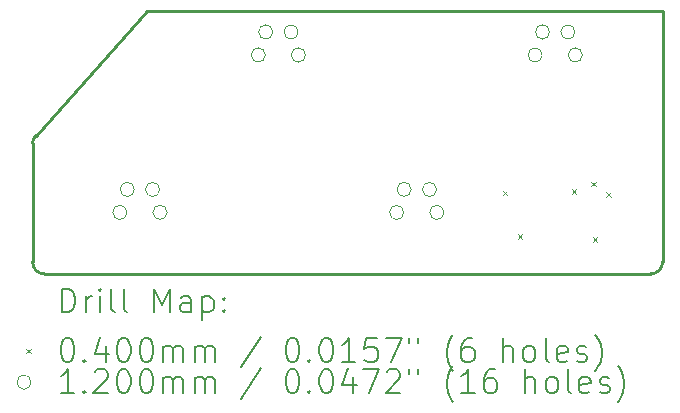
<source format=gbr>
%TF.GenerationSoftware,KiCad,Pcbnew,7.0.9*%
%TF.CreationDate,2024-04-07T02:28:51-04:00*%
%TF.ProjectId,rearbox_peripheral_io_top,72656172-626f-4785-9f70-657269706865,rev?*%
%TF.SameCoordinates,Original*%
%TF.FileFunction,Drillmap*%
%TF.FilePolarity,Positive*%
%FSLAX45Y45*%
G04 Gerber Fmt 4.5, Leading zero omitted, Abs format (unit mm)*
G04 Created by KiCad (PCBNEW 7.0.9) date 2024-04-07 02:28:51*
%MOMM*%
%LPD*%
G01*
G04 APERTURE LIST*
%ADD10C,0.250000*%
%ADD11C,0.200000*%
%ADD12C,0.100000*%
%ADD13C,0.120000*%
G04 APERTURE END LIST*
D10*
X12928600Y-7367600D02*
X12928600Y-5245100D01*
X12828600Y-7467600D02*
G75*
G03*
X12928600Y-7367600I0J100000D01*
G01*
X8559800Y-5245100D02*
X7620271Y-6296077D01*
X7594600Y-7367600D02*
G75*
G03*
X7694600Y-7467600I100000J0D01*
G01*
X12578600Y-7467600D02*
X7694600Y-7467600D01*
X12928600Y-5245100D02*
X8559800Y-5245100D01*
X7620269Y-6296075D02*
G75*
G03*
X7594600Y-6362974I74331J-66895D01*
G01*
X12828600Y-7467600D02*
X12578600Y-7467600D01*
X7594600Y-7367600D02*
X7594600Y-6362974D01*
D11*
D12*
X11575100Y-6761800D02*
X11615100Y-6801800D01*
X11615100Y-6761800D02*
X11575100Y-6801800D01*
X11702100Y-7130100D02*
X11742100Y-7170100D01*
X11742100Y-7130100D02*
X11702100Y-7170100D01*
X12158870Y-6749530D02*
X12198870Y-6789530D01*
X12198870Y-6749530D02*
X12158870Y-6789530D01*
X12324400Y-6685600D02*
X12364400Y-6725600D01*
X12364400Y-6685600D02*
X12324400Y-6725600D01*
X12337100Y-7155500D02*
X12377100Y-7195500D01*
X12377100Y-7155500D02*
X12337100Y-7195500D01*
X12451400Y-6774500D02*
X12491400Y-6814500D01*
X12491400Y-6774500D02*
X12451400Y-6814500D01*
D13*
X8393598Y-6946986D02*
G75*
G03*
X8393598Y-6946986I-60000J0D01*
G01*
X8456100Y-6751986D02*
G75*
G03*
X8456100Y-6751986I-60000J0D01*
G01*
X8671093Y-6751986D02*
G75*
G03*
X8671093Y-6751986I-60000J0D01*
G01*
X8733602Y-6946986D02*
G75*
G03*
X8733602Y-6946986I-60000J0D01*
G01*
X9565598Y-5613943D02*
G75*
G03*
X9565598Y-5613943I-60000J0D01*
G01*
X9628100Y-5418943D02*
G75*
G03*
X9628100Y-5418943I-60000J0D01*
G01*
X9843093Y-5418943D02*
G75*
G03*
X9843093Y-5418943I-60000J0D01*
G01*
X9905602Y-5613943D02*
G75*
G03*
X9905602Y-5613943I-60000J0D01*
G01*
X10737598Y-6946986D02*
G75*
G03*
X10737598Y-6946986I-60000J0D01*
G01*
X10800100Y-6751986D02*
G75*
G03*
X10800100Y-6751986I-60000J0D01*
G01*
X11015093Y-6751986D02*
G75*
G03*
X11015093Y-6751986I-60000J0D01*
G01*
X11077602Y-6946986D02*
G75*
G03*
X11077602Y-6946986I-60000J0D01*
G01*
X11909598Y-5613943D02*
G75*
G03*
X11909598Y-5613943I-60000J0D01*
G01*
X11972100Y-5418943D02*
G75*
G03*
X11972100Y-5418943I-60000J0D01*
G01*
X12187093Y-5418943D02*
G75*
G03*
X12187093Y-5418943I-60000J0D01*
G01*
X12249602Y-5613943D02*
G75*
G03*
X12249602Y-5613943I-60000J0D01*
G01*
D11*
X7842877Y-7791584D02*
X7842877Y-7591584D01*
X7842877Y-7591584D02*
X7890496Y-7591584D01*
X7890496Y-7591584D02*
X7919067Y-7601108D01*
X7919067Y-7601108D02*
X7938115Y-7620155D01*
X7938115Y-7620155D02*
X7947639Y-7639203D01*
X7947639Y-7639203D02*
X7957162Y-7677298D01*
X7957162Y-7677298D02*
X7957162Y-7705869D01*
X7957162Y-7705869D02*
X7947639Y-7743965D01*
X7947639Y-7743965D02*
X7938115Y-7763012D01*
X7938115Y-7763012D02*
X7919067Y-7782060D01*
X7919067Y-7782060D02*
X7890496Y-7791584D01*
X7890496Y-7791584D02*
X7842877Y-7791584D01*
X8042877Y-7791584D02*
X8042877Y-7658250D01*
X8042877Y-7696346D02*
X8052401Y-7677298D01*
X8052401Y-7677298D02*
X8061924Y-7667774D01*
X8061924Y-7667774D02*
X8080972Y-7658250D01*
X8080972Y-7658250D02*
X8100020Y-7658250D01*
X8166686Y-7791584D02*
X8166686Y-7658250D01*
X8166686Y-7591584D02*
X8157162Y-7601108D01*
X8157162Y-7601108D02*
X8166686Y-7610631D01*
X8166686Y-7610631D02*
X8176210Y-7601108D01*
X8176210Y-7601108D02*
X8166686Y-7591584D01*
X8166686Y-7591584D02*
X8166686Y-7610631D01*
X8290496Y-7791584D02*
X8271448Y-7782060D01*
X8271448Y-7782060D02*
X8261924Y-7763012D01*
X8261924Y-7763012D02*
X8261924Y-7591584D01*
X8395258Y-7791584D02*
X8376210Y-7782060D01*
X8376210Y-7782060D02*
X8366686Y-7763012D01*
X8366686Y-7763012D02*
X8366686Y-7591584D01*
X8623829Y-7791584D02*
X8623829Y-7591584D01*
X8623829Y-7591584D02*
X8690496Y-7734441D01*
X8690496Y-7734441D02*
X8757163Y-7591584D01*
X8757163Y-7591584D02*
X8757163Y-7791584D01*
X8938115Y-7791584D02*
X8938115Y-7686822D01*
X8938115Y-7686822D02*
X8928591Y-7667774D01*
X8928591Y-7667774D02*
X8909544Y-7658250D01*
X8909544Y-7658250D02*
X8871448Y-7658250D01*
X8871448Y-7658250D02*
X8852401Y-7667774D01*
X8938115Y-7782060D02*
X8919067Y-7791584D01*
X8919067Y-7791584D02*
X8871448Y-7791584D01*
X8871448Y-7791584D02*
X8852401Y-7782060D01*
X8852401Y-7782060D02*
X8842877Y-7763012D01*
X8842877Y-7763012D02*
X8842877Y-7743965D01*
X8842877Y-7743965D02*
X8852401Y-7724917D01*
X8852401Y-7724917D02*
X8871448Y-7715393D01*
X8871448Y-7715393D02*
X8919067Y-7715393D01*
X8919067Y-7715393D02*
X8938115Y-7705869D01*
X9033353Y-7658250D02*
X9033353Y-7858250D01*
X9033353Y-7667774D02*
X9052401Y-7658250D01*
X9052401Y-7658250D02*
X9090496Y-7658250D01*
X9090496Y-7658250D02*
X9109544Y-7667774D01*
X9109544Y-7667774D02*
X9119067Y-7677298D01*
X9119067Y-7677298D02*
X9128591Y-7696346D01*
X9128591Y-7696346D02*
X9128591Y-7753488D01*
X9128591Y-7753488D02*
X9119067Y-7772536D01*
X9119067Y-7772536D02*
X9109544Y-7782060D01*
X9109544Y-7782060D02*
X9090496Y-7791584D01*
X9090496Y-7791584D02*
X9052401Y-7791584D01*
X9052401Y-7791584D02*
X9033353Y-7782060D01*
X9214305Y-7772536D02*
X9223829Y-7782060D01*
X9223829Y-7782060D02*
X9214305Y-7791584D01*
X9214305Y-7791584D02*
X9204782Y-7782060D01*
X9204782Y-7782060D02*
X9214305Y-7772536D01*
X9214305Y-7772536D02*
X9214305Y-7791584D01*
X9214305Y-7667774D02*
X9223829Y-7677298D01*
X9223829Y-7677298D02*
X9214305Y-7686822D01*
X9214305Y-7686822D02*
X9204782Y-7677298D01*
X9204782Y-7677298D02*
X9214305Y-7667774D01*
X9214305Y-7667774D02*
X9214305Y-7686822D01*
D12*
X7542100Y-8100100D02*
X7582100Y-8140100D01*
X7582100Y-8100100D02*
X7542100Y-8140100D01*
D11*
X7880972Y-8011584D02*
X7900020Y-8011584D01*
X7900020Y-8011584D02*
X7919067Y-8021108D01*
X7919067Y-8021108D02*
X7928591Y-8030631D01*
X7928591Y-8030631D02*
X7938115Y-8049679D01*
X7938115Y-8049679D02*
X7947639Y-8087774D01*
X7947639Y-8087774D02*
X7947639Y-8135393D01*
X7947639Y-8135393D02*
X7938115Y-8173488D01*
X7938115Y-8173488D02*
X7928591Y-8192536D01*
X7928591Y-8192536D02*
X7919067Y-8202060D01*
X7919067Y-8202060D02*
X7900020Y-8211584D01*
X7900020Y-8211584D02*
X7880972Y-8211584D01*
X7880972Y-8211584D02*
X7861924Y-8202060D01*
X7861924Y-8202060D02*
X7852401Y-8192536D01*
X7852401Y-8192536D02*
X7842877Y-8173488D01*
X7842877Y-8173488D02*
X7833353Y-8135393D01*
X7833353Y-8135393D02*
X7833353Y-8087774D01*
X7833353Y-8087774D02*
X7842877Y-8049679D01*
X7842877Y-8049679D02*
X7852401Y-8030631D01*
X7852401Y-8030631D02*
X7861924Y-8021108D01*
X7861924Y-8021108D02*
X7880972Y-8011584D01*
X8033353Y-8192536D02*
X8042877Y-8202060D01*
X8042877Y-8202060D02*
X8033353Y-8211584D01*
X8033353Y-8211584D02*
X8023829Y-8202060D01*
X8023829Y-8202060D02*
X8033353Y-8192536D01*
X8033353Y-8192536D02*
X8033353Y-8211584D01*
X8214305Y-8078250D02*
X8214305Y-8211584D01*
X8166686Y-8002060D02*
X8119067Y-8144917D01*
X8119067Y-8144917D02*
X8242877Y-8144917D01*
X8357162Y-8011584D02*
X8376210Y-8011584D01*
X8376210Y-8011584D02*
X8395258Y-8021108D01*
X8395258Y-8021108D02*
X8404782Y-8030631D01*
X8404782Y-8030631D02*
X8414305Y-8049679D01*
X8414305Y-8049679D02*
X8423829Y-8087774D01*
X8423829Y-8087774D02*
X8423829Y-8135393D01*
X8423829Y-8135393D02*
X8414305Y-8173488D01*
X8414305Y-8173488D02*
X8404782Y-8192536D01*
X8404782Y-8192536D02*
X8395258Y-8202060D01*
X8395258Y-8202060D02*
X8376210Y-8211584D01*
X8376210Y-8211584D02*
X8357162Y-8211584D01*
X8357162Y-8211584D02*
X8338115Y-8202060D01*
X8338115Y-8202060D02*
X8328591Y-8192536D01*
X8328591Y-8192536D02*
X8319067Y-8173488D01*
X8319067Y-8173488D02*
X8309543Y-8135393D01*
X8309543Y-8135393D02*
X8309543Y-8087774D01*
X8309543Y-8087774D02*
X8319067Y-8049679D01*
X8319067Y-8049679D02*
X8328591Y-8030631D01*
X8328591Y-8030631D02*
X8338115Y-8021108D01*
X8338115Y-8021108D02*
X8357162Y-8011584D01*
X8547639Y-8011584D02*
X8566686Y-8011584D01*
X8566686Y-8011584D02*
X8585734Y-8021108D01*
X8585734Y-8021108D02*
X8595258Y-8030631D01*
X8595258Y-8030631D02*
X8604782Y-8049679D01*
X8604782Y-8049679D02*
X8614305Y-8087774D01*
X8614305Y-8087774D02*
X8614305Y-8135393D01*
X8614305Y-8135393D02*
X8604782Y-8173488D01*
X8604782Y-8173488D02*
X8595258Y-8192536D01*
X8595258Y-8192536D02*
X8585734Y-8202060D01*
X8585734Y-8202060D02*
X8566686Y-8211584D01*
X8566686Y-8211584D02*
X8547639Y-8211584D01*
X8547639Y-8211584D02*
X8528591Y-8202060D01*
X8528591Y-8202060D02*
X8519067Y-8192536D01*
X8519067Y-8192536D02*
X8509544Y-8173488D01*
X8509544Y-8173488D02*
X8500020Y-8135393D01*
X8500020Y-8135393D02*
X8500020Y-8087774D01*
X8500020Y-8087774D02*
X8509544Y-8049679D01*
X8509544Y-8049679D02*
X8519067Y-8030631D01*
X8519067Y-8030631D02*
X8528591Y-8021108D01*
X8528591Y-8021108D02*
X8547639Y-8011584D01*
X8700020Y-8211584D02*
X8700020Y-8078250D01*
X8700020Y-8097298D02*
X8709544Y-8087774D01*
X8709544Y-8087774D02*
X8728591Y-8078250D01*
X8728591Y-8078250D02*
X8757163Y-8078250D01*
X8757163Y-8078250D02*
X8776210Y-8087774D01*
X8776210Y-8087774D02*
X8785734Y-8106822D01*
X8785734Y-8106822D02*
X8785734Y-8211584D01*
X8785734Y-8106822D02*
X8795258Y-8087774D01*
X8795258Y-8087774D02*
X8814305Y-8078250D01*
X8814305Y-8078250D02*
X8842877Y-8078250D01*
X8842877Y-8078250D02*
X8861925Y-8087774D01*
X8861925Y-8087774D02*
X8871448Y-8106822D01*
X8871448Y-8106822D02*
X8871448Y-8211584D01*
X8966686Y-8211584D02*
X8966686Y-8078250D01*
X8966686Y-8097298D02*
X8976210Y-8087774D01*
X8976210Y-8087774D02*
X8995258Y-8078250D01*
X8995258Y-8078250D02*
X9023829Y-8078250D01*
X9023829Y-8078250D02*
X9042877Y-8087774D01*
X9042877Y-8087774D02*
X9052401Y-8106822D01*
X9052401Y-8106822D02*
X9052401Y-8211584D01*
X9052401Y-8106822D02*
X9061925Y-8087774D01*
X9061925Y-8087774D02*
X9080972Y-8078250D01*
X9080972Y-8078250D02*
X9109544Y-8078250D01*
X9109544Y-8078250D02*
X9128591Y-8087774D01*
X9128591Y-8087774D02*
X9138115Y-8106822D01*
X9138115Y-8106822D02*
X9138115Y-8211584D01*
X9528591Y-8002060D02*
X9357163Y-8259203D01*
X9785734Y-8011584D02*
X9804782Y-8011584D01*
X9804782Y-8011584D02*
X9823829Y-8021108D01*
X9823829Y-8021108D02*
X9833353Y-8030631D01*
X9833353Y-8030631D02*
X9842877Y-8049679D01*
X9842877Y-8049679D02*
X9852401Y-8087774D01*
X9852401Y-8087774D02*
X9852401Y-8135393D01*
X9852401Y-8135393D02*
X9842877Y-8173488D01*
X9842877Y-8173488D02*
X9833353Y-8192536D01*
X9833353Y-8192536D02*
X9823829Y-8202060D01*
X9823829Y-8202060D02*
X9804782Y-8211584D01*
X9804782Y-8211584D02*
X9785734Y-8211584D01*
X9785734Y-8211584D02*
X9766687Y-8202060D01*
X9766687Y-8202060D02*
X9757163Y-8192536D01*
X9757163Y-8192536D02*
X9747639Y-8173488D01*
X9747639Y-8173488D02*
X9738115Y-8135393D01*
X9738115Y-8135393D02*
X9738115Y-8087774D01*
X9738115Y-8087774D02*
X9747639Y-8049679D01*
X9747639Y-8049679D02*
X9757163Y-8030631D01*
X9757163Y-8030631D02*
X9766687Y-8021108D01*
X9766687Y-8021108D02*
X9785734Y-8011584D01*
X9938115Y-8192536D02*
X9947639Y-8202060D01*
X9947639Y-8202060D02*
X9938115Y-8211584D01*
X9938115Y-8211584D02*
X9928591Y-8202060D01*
X9928591Y-8202060D02*
X9938115Y-8192536D01*
X9938115Y-8192536D02*
X9938115Y-8211584D01*
X10071448Y-8011584D02*
X10090496Y-8011584D01*
X10090496Y-8011584D02*
X10109544Y-8021108D01*
X10109544Y-8021108D02*
X10119068Y-8030631D01*
X10119068Y-8030631D02*
X10128591Y-8049679D01*
X10128591Y-8049679D02*
X10138115Y-8087774D01*
X10138115Y-8087774D02*
X10138115Y-8135393D01*
X10138115Y-8135393D02*
X10128591Y-8173488D01*
X10128591Y-8173488D02*
X10119068Y-8192536D01*
X10119068Y-8192536D02*
X10109544Y-8202060D01*
X10109544Y-8202060D02*
X10090496Y-8211584D01*
X10090496Y-8211584D02*
X10071448Y-8211584D01*
X10071448Y-8211584D02*
X10052401Y-8202060D01*
X10052401Y-8202060D02*
X10042877Y-8192536D01*
X10042877Y-8192536D02*
X10033353Y-8173488D01*
X10033353Y-8173488D02*
X10023829Y-8135393D01*
X10023829Y-8135393D02*
X10023829Y-8087774D01*
X10023829Y-8087774D02*
X10033353Y-8049679D01*
X10033353Y-8049679D02*
X10042877Y-8030631D01*
X10042877Y-8030631D02*
X10052401Y-8021108D01*
X10052401Y-8021108D02*
X10071448Y-8011584D01*
X10328591Y-8211584D02*
X10214306Y-8211584D01*
X10271448Y-8211584D02*
X10271448Y-8011584D01*
X10271448Y-8011584D02*
X10252401Y-8040155D01*
X10252401Y-8040155D02*
X10233353Y-8059203D01*
X10233353Y-8059203D02*
X10214306Y-8068727D01*
X10509544Y-8011584D02*
X10414306Y-8011584D01*
X10414306Y-8011584D02*
X10404782Y-8106822D01*
X10404782Y-8106822D02*
X10414306Y-8097298D01*
X10414306Y-8097298D02*
X10433353Y-8087774D01*
X10433353Y-8087774D02*
X10480972Y-8087774D01*
X10480972Y-8087774D02*
X10500020Y-8097298D01*
X10500020Y-8097298D02*
X10509544Y-8106822D01*
X10509544Y-8106822D02*
X10519068Y-8125869D01*
X10519068Y-8125869D02*
X10519068Y-8173488D01*
X10519068Y-8173488D02*
X10509544Y-8192536D01*
X10509544Y-8192536D02*
X10500020Y-8202060D01*
X10500020Y-8202060D02*
X10480972Y-8211584D01*
X10480972Y-8211584D02*
X10433353Y-8211584D01*
X10433353Y-8211584D02*
X10414306Y-8202060D01*
X10414306Y-8202060D02*
X10404782Y-8192536D01*
X10585734Y-8011584D02*
X10719068Y-8011584D01*
X10719068Y-8011584D02*
X10633353Y-8211584D01*
X10785734Y-8011584D02*
X10785734Y-8049679D01*
X10861925Y-8011584D02*
X10861925Y-8049679D01*
X11157163Y-8287774D02*
X11147639Y-8278250D01*
X11147639Y-8278250D02*
X11128591Y-8249679D01*
X11128591Y-8249679D02*
X11119068Y-8230631D01*
X11119068Y-8230631D02*
X11109544Y-8202060D01*
X11109544Y-8202060D02*
X11100020Y-8154441D01*
X11100020Y-8154441D02*
X11100020Y-8116346D01*
X11100020Y-8116346D02*
X11109544Y-8068727D01*
X11109544Y-8068727D02*
X11119068Y-8040155D01*
X11119068Y-8040155D02*
X11128591Y-8021108D01*
X11128591Y-8021108D02*
X11147639Y-7992536D01*
X11147639Y-7992536D02*
X11157163Y-7983012D01*
X11319068Y-8011584D02*
X11280972Y-8011584D01*
X11280972Y-8011584D02*
X11261925Y-8021108D01*
X11261925Y-8021108D02*
X11252401Y-8030631D01*
X11252401Y-8030631D02*
X11233353Y-8059203D01*
X11233353Y-8059203D02*
X11223829Y-8097298D01*
X11223829Y-8097298D02*
X11223829Y-8173488D01*
X11223829Y-8173488D02*
X11233353Y-8192536D01*
X11233353Y-8192536D02*
X11242877Y-8202060D01*
X11242877Y-8202060D02*
X11261925Y-8211584D01*
X11261925Y-8211584D02*
X11300020Y-8211584D01*
X11300020Y-8211584D02*
X11319068Y-8202060D01*
X11319068Y-8202060D02*
X11328591Y-8192536D01*
X11328591Y-8192536D02*
X11338115Y-8173488D01*
X11338115Y-8173488D02*
X11338115Y-8125869D01*
X11338115Y-8125869D02*
X11328591Y-8106822D01*
X11328591Y-8106822D02*
X11319068Y-8097298D01*
X11319068Y-8097298D02*
X11300020Y-8087774D01*
X11300020Y-8087774D02*
X11261925Y-8087774D01*
X11261925Y-8087774D02*
X11242877Y-8097298D01*
X11242877Y-8097298D02*
X11233353Y-8106822D01*
X11233353Y-8106822D02*
X11223829Y-8125869D01*
X11576210Y-8211584D02*
X11576210Y-8011584D01*
X11661925Y-8211584D02*
X11661925Y-8106822D01*
X11661925Y-8106822D02*
X11652401Y-8087774D01*
X11652401Y-8087774D02*
X11633353Y-8078250D01*
X11633353Y-8078250D02*
X11604782Y-8078250D01*
X11604782Y-8078250D02*
X11585734Y-8087774D01*
X11585734Y-8087774D02*
X11576210Y-8097298D01*
X11785734Y-8211584D02*
X11766687Y-8202060D01*
X11766687Y-8202060D02*
X11757163Y-8192536D01*
X11757163Y-8192536D02*
X11747639Y-8173488D01*
X11747639Y-8173488D02*
X11747639Y-8116346D01*
X11747639Y-8116346D02*
X11757163Y-8097298D01*
X11757163Y-8097298D02*
X11766687Y-8087774D01*
X11766687Y-8087774D02*
X11785734Y-8078250D01*
X11785734Y-8078250D02*
X11814306Y-8078250D01*
X11814306Y-8078250D02*
X11833353Y-8087774D01*
X11833353Y-8087774D02*
X11842877Y-8097298D01*
X11842877Y-8097298D02*
X11852401Y-8116346D01*
X11852401Y-8116346D02*
X11852401Y-8173488D01*
X11852401Y-8173488D02*
X11842877Y-8192536D01*
X11842877Y-8192536D02*
X11833353Y-8202060D01*
X11833353Y-8202060D02*
X11814306Y-8211584D01*
X11814306Y-8211584D02*
X11785734Y-8211584D01*
X11966687Y-8211584D02*
X11947639Y-8202060D01*
X11947639Y-8202060D02*
X11938115Y-8183012D01*
X11938115Y-8183012D02*
X11938115Y-8011584D01*
X12119068Y-8202060D02*
X12100020Y-8211584D01*
X12100020Y-8211584D02*
X12061925Y-8211584D01*
X12061925Y-8211584D02*
X12042877Y-8202060D01*
X12042877Y-8202060D02*
X12033353Y-8183012D01*
X12033353Y-8183012D02*
X12033353Y-8106822D01*
X12033353Y-8106822D02*
X12042877Y-8087774D01*
X12042877Y-8087774D02*
X12061925Y-8078250D01*
X12061925Y-8078250D02*
X12100020Y-8078250D01*
X12100020Y-8078250D02*
X12119068Y-8087774D01*
X12119068Y-8087774D02*
X12128591Y-8106822D01*
X12128591Y-8106822D02*
X12128591Y-8125869D01*
X12128591Y-8125869D02*
X12033353Y-8144917D01*
X12204782Y-8202060D02*
X12223830Y-8211584D01*
X12223830Y-8211584D02*
X12261925Y-8211584D01*
X12261925Y-8211584D02*
X12280972Y-8202060D01*
X12280972Y-8202060D02*
X12290496Y-8183012D01*
X12290496Y-8183012D02*
X12290496Y-8173488D01*
X12290496Y-8173488D02*
X12280972Y-8154441D01*
X12280972Y-8154441D02*
X12261925Y-8144917D01*
X12261925Y-8144917D02*
X12233353Y-8144917D01*
X12233353Y-8144917D02*
X12214306Y-8135393D01*
X12214306Y-8135393D02*
X12204782Y-8116346D01*
X12204782Y-8116346D02*
X12204782Y-8106822D01*
X12204782Y-8106822D02*
X12214306Y-8087774D01*
X12214306Y-8087774D02*
X12233353Y-8078250D01*
X12233353Y-8078250D02*
X12261925Y-8078250D01*
X12261925Y-8078250D02*
X12280972Y-8087774D01*
X12357163Y-8287774D02*
X12366687Y-8278250D01*
X12366687Y-8278250D02*
X12385734Y-8249679D01*
X12385734Y-8249679D02*
X12395258Y-8230631D01*
X12395258Y-8230631D02*
X12404782Y-8202060D01*
X12404782Y-8202060D02*
X12414306Y-8154441D01*
X12414306Y-8154441D02*
X12414306Y-8116346D01*
X12414306Y-8116346D02*
X12404782Y-8068727D01*
X12404782Y-8068727D02*
X12395258Y-8040155D01*
X12395258Y-8040155D02*
X12385734Y-8021108D01*
X12385734Y-8021108D02*
X12366687Y-7992536D01*
X12366687Y-7992536D02*
X12357163Y-7983012D01*
D13*
X7582100Y-8384100D02*
G75*
G03*
X7582100Y-8384100I-60000J0D01*
G01*
D11*
X7947639Y-8475584D02*
X7833353Y-8475584D01*
X7890496Y-8475584D02*
X7890496Y-8275584D01*
X7890496Y-8275584D02*
X7871448Y-8304155D01*
X7871448Y-8304155D02*
X7852401Y-8323203D01*
X7852401Y-8323203D02*
X7833353Y-8332727D01*
X8033353Y-8456536D02*
X8042877Y-8466060D01*
X8042877Y-8466060D02*
X8033353Y-8475584D01*
X8033353Y-8475584D02*
X8023829Y-8466060D01*
X8023829Y-8466060D02*
X8033353Y-8456536D01*
X8033353Y-8456536D02*
X8033353Y-8475584D01*
X8119067Y-8294631D02*
X8128591Y-8285108D01*
X8128591Y-8285108D02*
X8147639Y-8275584D01*
X8147639Y-8275584D02*
X8195258Y-8275584D01*
X8195258Y-8275584D02*
X8214305Y-8285108D01*
X8214305Y-8285108D02*
X8223829Y-8294631D01*
X8223829Y-8294631D02*
X8233353Y-8313679D01*
X8233353Y-8313679D02*
X8233353Y-8332727D01*
X8233353Y-8332727D02*
X8223829Y-8361298D01*
X8223829Y-8361298D02*
X8109543Y-8475584D01*
X8109543Y-8475584D02*
X8233353Y-8475584D01*
X8357162Y-8275584D02*
X8376210Y-8275584D01*
X8376210Y-8275584D02*
X8395258Y-8285108D01*
X8395258Y-8285108D02*
X8404782Y-8294631D01*
X8404782Y-8294631D02*
X8414305Y-8313679D01*
X8414305Y-8313679D02*
X8423829Y-8351774D01*
X8423829Y-8351774D02*
X8423829Y-8399393D01*
X8423829Y-8399393D02*
X8414305Y-8437489D01*
X8414305Y-8437489D02*
X8404782Y-8456536D01*
X8404782Y-8456536D02*
X8395258Y-8466060D01*
X8395258Y-8466060D02*
X8376210Y-8475584D01*
X8376210Y-8475584D02*
X8357162Y-8475584D01*
X8357162Y-8475584D02*
X8338115Y-8466060D01*
X8338115Y-8466060D02*
X8328591Y-8456536D01*
X8328591Y-8456536D02*
X8319067Y-8437489D01*
X8319067Y-8437489D02*
X8309543Y-8399393D01*
X8309543Y-8399393D02*
X8309543Y-8351774D01*
X8309543Y-8351774D02*
X8319067Y-8313679D01*
X8319067Y-8313679D02*
X8328591Y-8294631D01*
X8328591Y-8294631D02*
X8338115Y-8285108D01*
X8338115Y-8285108D02*
X8357162Y-8275584D01*
X8547639Y-8275584D02*
X8566686Y-8275584D01*
X8566686Y-8275584D02*
X8585734Y-8285108D01*
X8585734Y-8285108D02*
X8595258Y-8294631D01*
X8595258Y-8294631D02*
X8604782Y-8313679D01*
X8604782Y-8313679D02*
X8614305Y-8351774D01*
X8614305Y-8351774D02*
X8614305Y-8399393D01*
X8614305Y-8399393D02*
X8604782Y-8437489D01*
X8604782Y-8437489D02*
X8595258Y-8456536D01*
X8595258Y-8456536D02*
X8585734Y-8466060D01*
X8585734Y-8466060D02*
X8566686Y-8475584D01*
X8566686Y-8475584D02*
X8547639Y-8475584D01*
X8547639Y-8475584D02*
X8528591Y-8466060D01*
X8528591Y-8466060D02*
X8519067Y-8456536D01*
X8519067Y-8456536D02*
X8509544Y-8437489D01*
X8509544Y-8437489D02*
X8500020Y-8399393D01*
X8500020Y-8399393D02*
X8500020Y-8351774D01*
X8500020Y-8351774D02*
X8509544Y-8313679D01*
X8509544Y-8313679D02*
X8519067Y-8294631D01*
X8519067Y-8294631D02*
X8528591Y-8285108D01*
X8528591Y-8285108D02*
X8547639Y-8275584D01*
X8700020Y-8475584D02*
X8700020Y-8342250D01*
X8700020Y-8361298D02*
X8709544Y-8351774D01*
X8709544Y-8351774D02*
X8728591Y-8342250D01*
X8728591Y-8342250D02*
X8757163Y-8342250D01*
X8757163Y-8342250D02*
X8776210Y-8351774D01*
X8776210Y-8351774D02*
X8785734Y-8370822D01*
X8785734Y-8370822D02*
X8785734Y-8475584D01*
X8785734Y-8370822D02*
X8795258Y-8351774D01*
X8795258Y-8351774D02*
X8814305Y-8342250D01*
X8814305Y-8342250D02*
X8842877Y-8342250D01*
X8842877Y-8342250D02*
X8861925Y-8351774D01*
X8861925Y-8351774D02*
X8871448Y-8370822D01*
X8871448Y-8370822D02*
X8871448Y-8475584D01*
X8966686Y-8475584D02*
X8966686Y-8342250D01*
X8966686Y-8361298D02*
X8976210Y-8351774D01*
X8976210Y-8351774D02*
X8995258Y-8342250D01*
X8995258Y-8342250D02*
X9023829Y-8342250D01*
X9023829Y-8342250D02*
X9042877Y-8351774D01*
X9042877Y-8351774D02*
X9052401Y-8370822D01*
X9052401Y-8370822D02*
X9052401Y-8475584D01*
X9052401Y-8370822D02*
X9061925Y-8351774D01*
X9061925Y-8351774D02*
X9080972Y-8342250D01*
X9080972Y-8342250D02*
X9109544Y-8342250D01*
X9109544Y-8342250D02*
X9128591Y-8351774D01*
X9128591Y-8351774D02*
X9138115Y-8370822D01*
X9138115Y-8370822D02*
X9138115Y-8475584D01*
X9528591Y-8266060D02*
X9357163Y-8523203D01*
X9785734Y-8275584D02*
X9804782Y-8275584D01*
X9804782Y-8275584D02*
X9823829Y-8285108D01*
X9823829Y-8285108D02*
X9833353Y-8294631D01*
X9833353Y-8294631D02*
X9842877Y-8313679D01*
X9842877Y-8313679D02*
X9852401Y-8351774D01*
X9852401Y-8351774D02*
X9852401Y-8399393D01*
X9852401Y-8399393D02*
X9842877Y-8437489D01*
X9842877Y-8437489D02*
X9833353Y-8456536D01*
X9833353Y-8456536D02*
X9823829Y-8466060D01*
X9823829Y-8466060D02*
X9804782Y-8475584D01*
X9804782Y-8475584D02*
X9785734Y-8475584D01*
X9785734Y-8475584D02*
X9766687Y-8466060D01*
X9766687Y-8466060D02*
X9757163Y-8456536D01*
X9757163Y-8456536D02*
X9747639Y-8437489D01*
X9747639Y-8437489D02*
X9738115Y-8399393D01*
X9738115Y-8399393D02*
X9738115Y-8351774D01*
X9738115Y-8351774D02*
X9747639Y-8313679D01*
X9747639Y-8313679D02*
X9757163Y-8294631D01*
X9757163Y-8294631D02*
X9766687Y-8285108D01*
X9766687Y-8285108D02*
X9785734Y-8275584D01*
X9938115Y-8456536D02*
X9947639Y-8466060D01*
X9947639Y-8466060D02*
X9938115Y-8475584D01*
X9938115Y-8475584D02*
X9928591Y-8466060D01*
X9928591Y-8466060D02*
X9938115Y-8456536D01*
X9938115Y-8456536D02*
X9938115Y-8475584D01*
X10071448Y-8275584D02*
X10090496Y-8275584D01*
X10090496Y-8275584D02*
X10109544Y-8285108D01*
X10109544Y-8285108D02*
X10119068Y-8294631D01*
X10119068Y-8294631D02*
X10128591Y-8313679D01*
X10128591Y-8313679D02*
X10138115Y-8351774D01*
X10138115Y-8351774D02*
X10138115Y-8399393D01*
X10138115Y-8399393D02*
X10128591Y-8437489D01*
X10128591Y-8437489D02*
X10119068Y-8456536D01*
X10119068Y-8456536D02*
X10109544Y-8466060D01*
X10109544Y-8466060D02*
X10090496Y-8475584D01*
X10090496Y-8475584D02*
X10071448Y-8475584D01*
X10071448Y-8475584D02*
X10052401Y-8466060D01*
X10052401Y-8466060D02*
X10042877Y-8456536D01*
X10042877Y-8456536D02*
X10033353Y-8437489D01*
X10033353Y-8437489D02*
X10023829Y-8399393D01*
X10023829Y-8399393D02*
X10023829Y-8351774D01*
X10023829Y-8351774D02*
X10033353Y-8313679D01*
X10033353Y-8313679D02*
X10042877Y-8294631D01*
X10042877Y-8294631D02*
X10052401Y-8285108D01*
X10052401Y-8285108D02*
X10071448Y-8275584D01*
X10309544Y-8342250D02*
X10309544Y-8475584D01*
X10261925Y-8266060D02*
X10214306Y-8408917D01*
X10214306Y-8408917D02*
X10338115Y-8408917D01*
X10395258Y-8275584D02*
X10528591Y-8275584D01*
X10528591Y-8275584D02*
X10442877Y-8475584D01*
X10595258Y-8294631D02*
X10604782Y-8285108D01*
X10604782Y-8285108D02*
X10623829Y-8275584D01*
X10623829Y-8275584D02*
X10671449Y-8275584D01*
X10671449Y-8275584D02*
X10690496Y-8285108D01*
X10690496Y-8285108D02*
X10700020Y-8294631D01*
X10700020Y-8294631D02*
X10709544Y-8313679D01*
X10709544Y-8313679D02*
X10709544Y-8332727D01*
X10709544Y-8332727D02*
X10700020Y-8361298D01*
X10700020Y-8361298D02*
X10585734Y-8475584D01*
X10585734Y-8475584D02*
X10709544Y-8475584D01*
X10785734Y-8275584D02*
X10785734Y-8313679D01*
X10861925Y-8275584D02*
X10861925Y-8313679D01*
X11157163Y-8551774D02*
X11147639Y-8542250D01*
X11147639Y-8542250D02*
X11128591Y-8513679D01*
X11128591Y-8513679D02*
X11119068Y-8494631D01*
X11119068Y-8494631D02*
X11109544Y-8466060D01*
X11109544Y-8466060D02*
X11100020Y-8418441D01*
X11100020Y-8418441D02*
X11100020Y-8380346D01*
X11100020Y-8380346D02*
X11109544Y-8332727D01*
X11109544Y-8332727D02*
X11119068Y-8304155D01*
X11119068Y-8304155D02*
X11128591Y-8285108D01*
X11128591Y-8285108D02*
X11147639Y-8256536D01*
X11147639Y-8256536D02*
X11157163Y-8247012D01*
X11338115Y-8475584D02*
X11223829Y-8475584D01*
X11280972Y-8475584D02*
X11280972Y-8275584D01*
X11280972Y-8275584D02*
X11261925Y-8304155D01*
X11261925Y-8304155D02*
X11242877Y-8323203D01*
X11242877Y-8323203D02*
X11223829Y-8332727D01*
X11509544Y-8275584D02*
X11471448Y-8275584D01*
X11471448Y-8275584D02*
X11452401Y-8285108D01*
X11452401Y-8285108D02*
X11442877Y-8294631D01*
X11442877Y-8294631D02*
X11423829Y-8323203D01*
X11423829Y-8323203D02*
X11414306Y-8361298D01*
X11414306Y-8361298D02*
X11414306Y-8437489D01*
X11414306Y-8437489D02*
X11423829Y-8456536D01*
X11423829Y-8456536D02*
X11433353Y-8466060D01*
X11433353Y-8466060D02*
X11452401Y-8475584D01*
X11452401Y-8475584D02*
X11490496Y-8475584D01*
X11490496Y-8475584D02*
X11509544Y-8466060D01*
X11509544Y-8466060D02*
X11519068Y-8456536D01*
X11519068Y-8456536D02*
X11528591Y-8437489D01*
X11528591Y-8437489D02*
X11528591Y-8389870D01*
X11528591Y-8389870D02*
X11519068Y-8370822D01*
X11519068Y-8370822D02*
X11509544Y-8361298D01*
X11509544Y-8361298D02*
X11490496Y-8351774D01*
X11490496Y-8351774D02*
X11452401Y-8351774D01*
X11452401Y-8351774D02*
X11433353Y-8361298D01*
X11433353Y-8361298D02*
X11423829Y-8370822D01*
X11423829Y-8370822D02*
X11414306Y-8389870D01*
X11766687Y-8475584D02*
X11766687Y-8275584D01*
X11852401Y-8475584D02*
X11852401Y-8370822D01*
X11852401Y-8370822D02*
X11842877Y-8351774D01*
X11842877Y-8351774D02*
X11823830Y-8342250D01*
X11823830Y-8342250D02*
X11795258Y-8342250D01*
X11795258Y-8342250D02*
X11776210Y-8351774D01*
X11776210Y-8351774D02*
X11766687Y-8361298D01*
X11976210Y-8475584D02*
X11957163Y-8466060D01*
X11957163Y-8466060D02*
X11947639Y-8456536D01*
X11947639Y-8456536D02*
X11938115Y-8437489D01*
X11938115Y-8437489D02*
X11938115Y-8380346D01*
X11938115Y-8380346D02*
X11947639Y-8361298D01*
X11947639Y-8361298D02*
X11957163Y-8351774D01*
X11957163Y-8351774D02*
X11976210Y-8342250D01*
X11976210Y-8342250D02*
X12004782Y-8342250D01*
X12004782Y-8342250D02*
X12023830Y-8351774D01*
X12023830Y-8351774D02*
X12033353Y-8361298D01*
X12033353Y-8361298D02*
X12042877Y-8380346D01*
X12042877Y-8380346D02*
X12042877Y-8437489D01*
X12042877Y-8437489D02*
X12033353Y-8456536D01*
X12033353Y-8456536D02*
X12023830Y-8466060D01*
X12023830Y-8466060D02*
X12004782Y-8475584D01*
X12004782Y-8475584D02*
X11976210Y-8475584D01*
X12157163Y-8475584D02*
X12138115Y-8466060D01*
X12138115Y-8466060D02*
X12128591Y-8447012D01*
X12128591Y-8447012D02*
X12128591Y-8275584D01*
X12309544Y-8466060D02*
X12290496Y-8475584D01*
X12290496Y-8475584D02*
X12252401Y-8475584D01*
X12252401Y-8475584D02*
X12233353Y-8466060D01*
X12233353Y-8466060D02*
X12223830Y-8447012D01*
X12223830Y-8447012D02*
X12223830Y-8370822D01*
X12223830Y-8370822D02*
X12233353Y-8351774D01*
X12233353Y-8351774D02*
X12252401Y-8342250D01*
X12252401Y-8342250D02*
X12290496Y-8342250D01*
X12290496Y-8342250D02*
X12309544Y-8351774D01*
X12309544Y-8351774D02*
X12319068Y-8370822D01*
X12319068Y-8370822D02*
X12319068Y-8389870D01*
X12319068Y-8389870D02*
X12223830Y-8408917D01*
X12395258Y-8466060D02*
X12414306Y-8475584D01*
X12414306Y-8475584D02*
X12452401Y-8475584D01*
X12452401Y-8475584D02*
X12471449Y-8466060D01*
X12471449Y-8466060D02*
X12480972Y-8447012D01*
X12480972Y-8447012D02*
X12480972Y-8437489D01*
X12480972Y-8437489D02*
X12471449Y-8418441D01*
X12471449Y-8418441D02*
X12452401Y-8408917D01*
X12452401Y-8408917D02*
X12423830Y-8408917D01*
X12423830Y-8408917D02*
X12404782Y-8399393D01*
X12404782Y-8399393D02*
X12395258Y-8380346D01*
X12395258Y-8380346D02*
X12395258Y-8370822D01*
X12395258Y-8370822D02*
X12404782Y-8351774D01*
X12404782Y-8351774D02*
X12423830Y-8342250D01*
X12423830Y-8342250D02*
X12452401Y-8342250D01*
X12452401Y-8342250D02*
X12471449Y-8351774D01*
X12547639Y-8551774D02*
X12557163Y-8542250D01*
X12557163Y-8542250D02*
X12576211Y-8513679D01*
X12576211Y-8513679D02*
X12585734Y-8494631D01*
X12585734Y-8494631D02*
X12595258Y-8466060D01*
X12595258Y-8466060D02*
X12604782Y-8418441D01*
X12604782Y-8418441D02*
X12604782Y-8380346D01*
X12604782Y-8380346D02*
X12595258Y-8332727D01*
X12595258Y-8332727D02*
X12585734Y-8304155D01*
X12585734Y-8304155D02*
X12576211Y-8285108D01*
X12576211Y-8285108D02*
X12557163Y-8256536D01*
X12557163Y-8256536D02*
X12547639Y-8247012D01*
M02*

</source>
